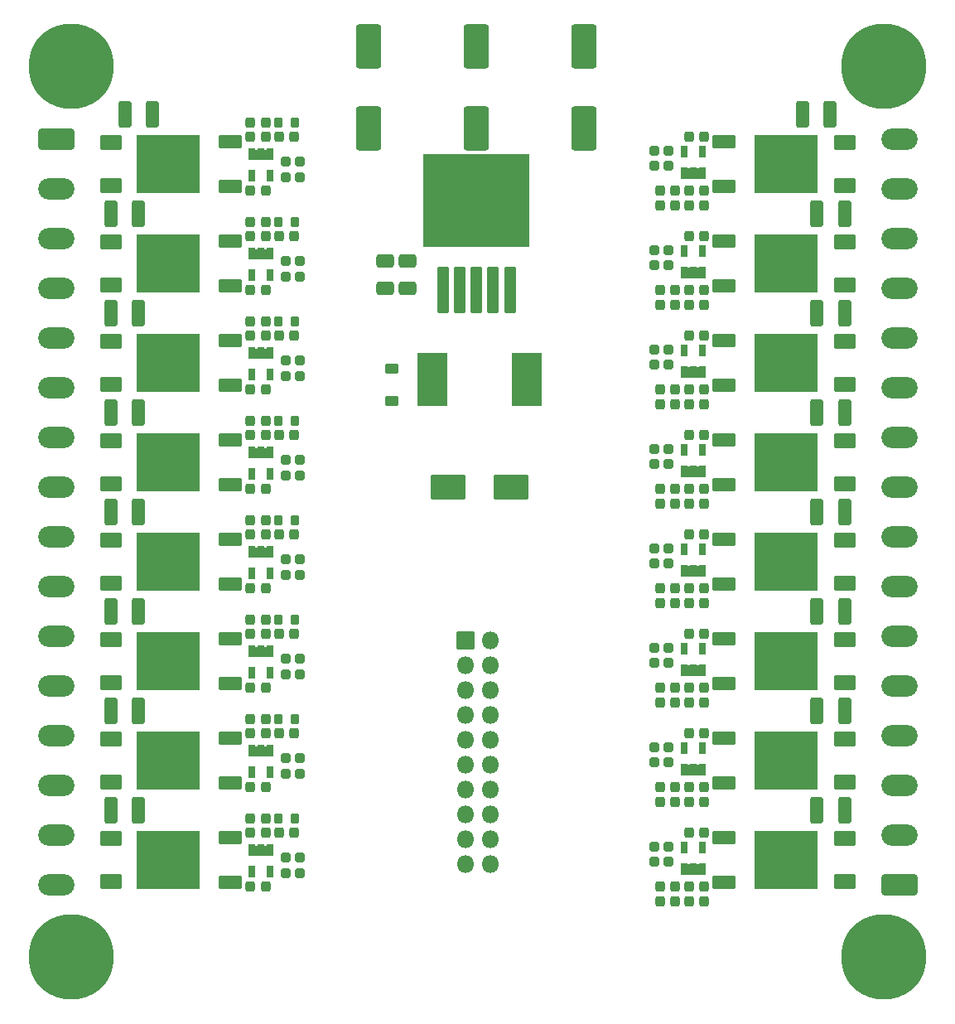
<source format=gbr>
G04 #@! TF.GenerationSoftware,KiCad,Pcbnew,7.0.1*
G04 #@! TF.CreationDate,2023-06-29T16:02:41+02:00*
G04 #@! TF.ProjectId,Magnetsteuerung_v2.1,4d61676e-6574-4737-9465-756572756e67,rev?*
G04 #@! TF.SameCoordinates,Original*
G04 #@! TF.FileFunction,Soldermask,Top*
G04 #@! TF.FilePolarity,Negative*
%FSLAX46Y46*%
G04 Gerber Fmt 4.6, Leading zero omitted, Abs format (unit mm)*
G04 Created by KiCad (PCBNEW 7.0.1) date 2023-06-29 16:02:41*
%MOMM*%
%LPD*%
G01*
G04 APERTURE LIST*
G04 Aperture macros list*
%AMRoundRect*
0 Rectangle with rounded corners*
0 $1 Rounding radius*
0 $2 $3 $4 $5 $6 $7 $8 $9 X,Y pos of 4 corners*
0 Add a 4 corners polygon primitive as box body*
4,1,4,$2,$3,$4,$5,$6,$7,$8,$9,$2,$3,0*
0 Add four circle primitives for the rounded corners*
1,1,$1+$1,$2,$3*
1,1,$1+$1,$4,$5*
1,1,$1+$1,$6,$7*
1,1,$1+$1,$8,$9*
0 Add four rect primitives between the rounded corners*
20,1,$1+$1,$2,$3,$4,$5,0*
20,1,$1+$1,$4,$5,$6,$7,0*
20,1,$1+$1,$6,$7,$8,$9,0*
20,1,$1+$1,$8,$9,$2,$3,0*%
G04 Aperture macros list end*
%ADD10RoundRect,0.301000X1.500000X1.000000X-1.500000X1.000000X-1.500000X-1.000000X1.500000X-1.000000X0*%
%ADD11RoundRect,0.269750X-0.218750X-0.256250X0.218750X-0.256250X0.218750X0.256250X-0.218750X0.256250X0*%
%ADD12RoundRect,0.051000X1.100000X0.600000X-1.100000X0.600000X-1.100000X-0.600000X1.100000X-0.600000X0*%
%ADD13RoundRect,0.051000X3.200000X2.900000X-3.200000X2.900000X-3.200000X-2.900000X3.200000X-2.900000X0*%
%ADD14RoundRect,0.269750X0.218750X0.256250X-0.218750X0.256250X-0.218750X-0.256250X0.218750X-0.256250X0*%
%ADD15RoundRect,0.051000X-1.050000X0.700000X-1.050000X-0.700000X1.050000X-0.700000X1.050000X0.700000X0*%
%ADD16RoundRect,0.301000X-1.000000X1.950000X-1.000000X-1.950000X1.000000X-1.950000X1.000000X1.950000X0*%
%ADD17RoundRect,0.051000X-0.600000X0.450000X-0.600000X-0.450000X0.600000X-0.450000X0.600000X0.450000X0*%
%ADD18RoundRect,0.301000X0.625000X-0.375000X0.625000X0.375000X-0.625000X0.375000X-0.625000X-0.375000X0*%
%ADD19RoundRect,0.051000X-1.450000X-2.700000X1.450000X-2.700000X1.450000X2.700000X-1.450000X2.700000X0*%
%ADD20RoundRect,0.051000X-1.100000X-0.600000X1.100000X-0.600000X1.100000X0.600000X-1.100000X0.600000X0*%
%ADD21RoundRect,0.051000X-3.200000X-2.900000X3.200000X-2.900000X3.200000X2.900000X-3.200000X2.900000X0*%
%ADD22C,1.002000*%
%ADD23C,8.702000*%
%ADD24RoundRect,0.051000X-0.850000X-0.850000X0.850000X-0.850000X0.850000X0.850000X-0.850000X0.850000X0*%
%ADD25O,1.802000X1.802000*%
%ADD26RoundRect,0.051000X0.550000X-2.300000X0.550000X2.300000X-0.550000X2.300000X-0.550000X-2.300000X0*%
%ADD27RoundRect,0.051000X5.400000X-4.700000X5.400000X4.700000X-5.400000X4.700000X-5.400000X-4.700000X0*%
%ADD28RoundRect,0.051000X-0.325000X0.530000X-0.325000X-0.530000X0.325000X-0.530000X0.325000X0.530000X0*%
%ADD29RoundRect,0.051000X0.325000X-0.530000X0.325000X0.530000X-0.325000X0.530000X-0.325000X-0.530000X0*%
%ADD30RoundRect,0.269750X0.256250X-0.218750X0.256250X0.218750X-0.256250X0.218750X-0.256250X-0.218750X0*%
%ADD31RoundRect,0.269750X-0.256250X0.218750X-0.256250X-0.218750X0.256250X-0.218750X0.256250X0.218750X0*%
%ADD32RoundRect,0.251000X-0.200000X-0.275000X0.200000X-0.275000X0.200000X0.275000X-0.200000X0.275000X0*%
%ADD33RoundRect,0.301000X-0.375000X-1.075000X0.375000X-1.075000X0.375000X1.075000X-0.375000X1.075000X0*%
%ADD34RoundRect,0.301000X0.375000X1.075000X-0.375000X1.075000X-0.375000X-1.075000X0.375000X-1.075000X0*%
%ADD35RoundRect,0.300999X1.550001X-0.790001X1.550001X0.790001X-1.550001X0.790001X-1.550001X-0.790001X0*%
%ADD36O,3.702000X2.182000*%
%ADD37RoundRect,0.300999X-1.550001X0.790001X-1.550001X-0.790001X1.550001X-0.790001X1.550001X0.790001X0*%
G04 APERTURE END LIST*
D10*
X138450000Y-78500000D03*
X131950000Y-78500000D03*
D11*
X111742500Y-81850000D03*
X113317500Y-81850000D03*
X111742500Y-51370000D03*
X113317500Y-51370000D03*
X111742500Y-71690000D03*
X113317500Y-71690000D03*
X111742500Y-41210000D03*
X113317500Y-41210000D03*
X111742500Y-92010000D03*
X113317500Y-92010000D03*
X111742500Y-61530000D03*
X113317500Y-61530000D03*
D12*
X109700000Y-88360000D03*
D13*
X103400000Y-86080000D03*
D12*
X109700000Y-83800000D03*
X109700000Y-57880000D03*
D13*
X103400000Y-55600000D03*
D12*
X109700000Y-53320000D03*
X109700000Y-108680000D03*
D13*
X103400000Y-106400000D03*
D12*
X109700000Y-104120000D03*
X109700000Y-78200000D03*
D13*
X103400000Y-75920000D03*
D12*
X109700000Y-73640000D03*
X109700000Y-47720000D03*
D13*
X103400000Y-45440000D03*
D12*
X109700000Y-43160000D03*
X109700000Y-98520000D03*
D13*
X103400000Y-96240000D03*
D12*
X109700000Y-93960000D03*
X109700000Y-68040000D03*
D13*
X103400000Y-65760000D03*
D12*
X109700000Y-63480000D03*
D11*
X114702500Y-83310000D03*
X116277500Y-83310000D03*
X111742500Y-83310000D03*
X113317500Y-83310000D03*
X114702500Y-52830000D03*
X116277500Y-52830000D03*
X111742500Y-52830000D03*
X113317500Y-52830000D03*
D14*
X113317500Y-88850000D03*
X111742500Y-88850000D03*
X113317500Y-58370000D03*
X111742500Y-58370000D03*
D11*
X114702500Y-103630000D03*
X116277500Y-103630000D03*
X111742500Y-103630000D03*
X113317500Y-103630000D03*
X114702500Y-73150000D03*
X116277500Y-73150000D03*
X111742500Y-73150000D03*
X113317500Y-73150000D03*
X114702500Y-42670000D03*
X116277500Y-42670000D03*
X111742500Y-42670000D03*
X113317500Y-42670000D03*
D14*
X113317500Y-109170000D03*
X111742500Y-109170000D03*
X113317500Y-78690000D03*
X111742500Y-78690000D03*
D11*
X114702500Y-93470000D03*
X116277500Y-93470000D03*
X111742500Y-93470000D03*
X113317500Y-93470000D03*
X114702500Y-62990000D03*
X116277500Y-62990000D03*
X111742500Y-62990000D03*
X113317500Y-62990000D03*
D14*
X113317500Y-99010000D03*
X111742500Y-99010000D03*
X113317500Y-68530000D03*
X111742500Y-68530000D03*
D15*
X97500000Y-104200000D03*
X97500000Y-108600000D03*
D16*
X134900000Y-33400000D03*
X134900000Y-41800000D03*
D17*
X126200000Y-66350000D03*
X126200000Y-69650000D03*
D18*
X127830000Y-58160000D03*
X127830000Y-55360000D03*
D19*
X130350000Y-67500000D03*
X140050000Y-67500000D03*
D15*
X97500000Y-83880000D03*
X97500000Y-88280000D03*
X97500000Y-53400000D03*
X97500000Y-57800000D03*
X97500000Y-73720000D03*
X97500000Y-78120000D03*
X97500000Y-94040000D03*
X97500000Y-98440000D03*
X97500000Y-63560000D03*
X97500000Y-67960000D03*
X172500000Y-43240000D03*
X172500000Y-47640000D03*
D14*
X158157500Y-120790000D03*
X156582500Y-120790000D03*
D20*
X160200000Y-114280000D03*
D21*
X166500000Y-116560000D03*
D20*
X160200000Y-118840000D03*
D14*
X155197500Y-119330000D03*
X153622500Y-119330000D03*
X158157500Y-119330000D03*
X156582500Y-119330000D03*
D11*
X156582500Y-113790000D03*
X158157500Y-113790000D03*
D15*
X172500000Y-73720000D03*
X172500000Y-78120000D03*
X172500000Y-104200000D03*
X172500000Y-108600000D03*
X172500000Y-83880000D03*
X172500000Y-88280000D03*
X172500000Y-114360000D03*
X172500000Y-118760000D03*
X172500000Y-94040000D03*
X172500000Y-98440000D03*
X172500000Y-53400000D03*
X172500000Y-57800000D03*
X172500000Y-63560000D03*
X172500000Y-67960000D03*
D22*
X90275000Y-35500000D03*
X91219581Y-33219581D03*
X91219581Y-37780419D03*
X93500000Y-32275000D03*
D23*
X93500000Y-35500000D03*
D22*
X93500000Y-38725000D03*
X95780419Y-33219581D03*
X95780419Y-37780419D03*
X96725000Y-35500000D03*
X173275000Y-35500000D03*
X174219581Y-33219581D03*
X174219581Y-37780419D03*
X176500000Y-32275000D03*
D23*
X176500000Y-35500000D03*
D22*
X176500000Y-38725000D03*
X178780419Y-33219581D03*
X178780419Y-37780419D03*
X179725000Y-35500000D03*
X173275000Y-126500000D03*
X174219581Y-124219581D03*
X174219581Y-128780419D03*
X176500000Y-123275000D03*
D23*
X176500000Y-126500000D03*
D22*
X176500000Y-129725000D03*
X178780419Y-124219581D03*
X178780419Y-128780419D03*
X179725000Y-126500000D03*
D24*
X133725000Y-94145000D03*
D25*
X136265000Y-94145000D03*
X133725000Y-96685000D03*
X136265000Y-96685000D03*
X133725000Y-99225000D03*
X136265000Y-99225000D03*
X133725000Y-101765000D03*
X136265000Y-101765000D03*
X133725000Y-104305000D03*
X136265000Y-104305000D03*
X133725000Y-106845000D03*
X136265000Y-106845000D03*
X133725000Y-109385000D03*
X136265000Y-109385000D03*
X133725000Y-111925000D03*
X136265000Y-111925000D03*
X133725000Y-114465000D03*
X136265000Y-114465000D03*
X133725000Y-117005000D03*
X136265000Y-117005000D03*
D26*
X131500000Y-58318400D03*
X133200000Y-58318400D03*
X134900000Y-58318400D03*
D27*
X134900000Y-49168400D03*
D26*
X136600000Y-58318400D03*
X138300000Y-58318400D03*
D28*
X113800000Y-115600000D03*
X112850000Y-115600000D03*
X111900000Y-115600000D03*
X111900000Y-117800000D03*
X113800000Y-117800000D03*
X113800000Y-85120000D03*
X112850000Y-85120000D03*
X111900000Y-85120000D03*
X111900000Y-87320000D03*
X113800000Y-87320000D03*
X113800000Y-54640000D03*
X112850000Y-54640000D03*
X111900000Y-54640000D03*
X111900000Y-56840000D03*
X113800000Y-56840000D03*
X113800000Y-74960000D03*
X112850000Y-74960000D03*
X111900000Y-74960000D03*
X111900000Y-77160000D03*
X113800000Y-77160000D03*
X113800000Y-105440000D03*
X112850000Y-105440000D03*
X111900000Y-105440000D03*
X111900000Y-107640000D03*
X113800000Y-107640000D03*
X113800000Y-44480000D03*
X112850000Y-44480000D03*
X111900000Y-44480000D03*
X111900000Y-46680000D03*
X113800000Y-46680000D03*
X113800000Y-95280000D03*
X112850000Y-95280000D03*
X111900000Y-95280000D03*
X111900000Y-97480000D03*
X113800000Y-97480000D03*
D29*
X156100000Y-117520000D03*
X157050000Y-117520000D03*
X158000000Y-117520000D03*
X158000000Y-115320000D03*
X156100000Y-115320000D03*
D28*
X113800000Y-64800000D03*
X112850000Y-64800000D03*
X111900000Y-64800000D03*
X111900000Y-67000000D03*
X113800000Y-67000000D03*
D30*
X116840000Y-117907500D03*
X116840000Y-116332500D03*
X115380000Y-117907500D03*
X115380000Y-116332500D03*
X116840000Y-87427500D03*
X116840000Y-85852500D03*
X115380000Y-87427500D03*
X115380000Y-85852500D03*
X116840000Y-56947500D03*
X116840000Y-55372500D03*
X115380000Y-56947500D03*
X115380000Y-55372500D03*
X116840000Y-107747500D03*
X116840000Y-106172500D03*
X115380000Y-107747500D03*
X115380000Y-106172500D03*
X116840000Y-77267500D03*
X116840000Y-75692500D03*
X115380000Y-77267500D03*
X115380000Y-75692500D03*
X116840000Y-46787500D03*
X116840000Y-45212500D03*
X115380000Y-46787500D03*
X115380000Y-45212500D03*
X116840000Y-97587500D03*
X116840000Y-96012500D03*
X115380000Y-97587500D03*
X115380000Y-96012500D03*
X116840000Y-67107500D03*
X116840000Y-65532500D03*
X115380000Y-67107500D03*
X115380000Y-65532500D03*
D31*
X153060000Y-115212500D03*
X153060000Y-116787500D03*
X154520000Y-115212500D03*
X154520000Y-116787500D03*
D32*
X114665000Y-81850000D03*
X116315000Y-81850000D03*
X114665000Y-51370000D03*
X116315000Y-51370000D03*
X114665000Y-71690000D03*
X116315000Y-71690000D03*
X114665000Y-41210000D03*
X116315000Y-41210000D03*
X114665000Y-92010000D03*
X116315000Y-92010000D03*
X114665000Y-61530000D03*
X116315000Y-61530000D03*
D14*
X155197500Y-120790000D03*
X153622500Y-120790000D03*
D15*
X97500000Y-43240000D03*
X97500000Y-47640000D03*
D12*
X109700000Y-118840000D03*
D13*
X103400000Y-116560000D03*
D12*
X109700000Y-114280000D03*
D11*
X114702500Y-113790000D03*
X116277500Y-113790000D03*
X111742500Y-113790000D03*
X113317500Y-113790000D03*
D15*
X97500000Y-114360000D03*
X97500000Y-118760000D03*
D14*
X113317500Y-119330000D03*
X111742500Y-119330000D03*
D11*
X111742500Y-102170000D03*
X113317500Y-102170000D03*
D22*
X90275000Y-126500000D03*
X91219581Y-124219581D03*
X91219581Y-128780419D03*
X93500000Y-123275000D03*
D23*
X93500000Y-126500000D03*
D22*
X93500000Y-129725000D03*
X95780419Y-124219581D03*
X95780419Y-128780419D03*
X96725000Y-126500000D03*
D32*
X114665000Y-102170000D03*
X116315000Y-102170000D03*
D14*
X113317500Y-48210000D03*
X111742500Y-48210000D03*
D33*
X168200000Y-40360000D03*
X171000000Y-40360000D03*
X169700000Y-70840000D03*
X172500000Y-70840000D03*
X169700000Y-101320000D03*
X172500000Y-101320000D03*
X169700000Y-50520000D03*
X172500000Y-50520000D03*
X169700000Y-81000000D03*
X172500000Y-81000000D03*
X169700000Y-111480000D03*
X172500000Y-111480000D03*
X169700000Y-60680000D03*
X172500000Y-60680000D03*
X169700000Y-91160000D03*
X172500000Y-91160000D03*
D34*
X100300000Y-111480000D03*
X97500000Y-111480000D03*
X100300000Y-81000000D03*
X97500000Y-81000000D03*
X100300000Y-50520000D03*
X97500000Y-50520000D03*
X100300000Y-101320000D03*
X97500000Y-101320000D03*
X100300000Y-70840000D03*
X97500000Y-70840000D03*
X101800000Y-40360000D03*
X99000000Y-40360000D03*
X100300000Y-91160000D03*
X97500000Y-91160000D03*
X100300000Y-60680000D03*
X97500000Y-60680000D03*
D11*
X111742500Y-112330000D03*
X113317500Y-112330000D03*
D20*
X160200000Y-73640000D03*
D21*
X166500000Y-75920000D03*
D20*
X160200000Y-78200000D03*
X160200000Y-53320000D03*
D21*
X166500000Y-55600000D03*
D20*
X160200000Y-57880000D03*
D14*
X155197500Y-48210000D03*
X153622500Y-48210000D03*
D20*
X160200000Y-104120000D03*
D21*
X166500000Y-106400000D03*
D20*
X160200000Y-108680000D03*
D14*
X158157500Y-48210000D03*
X156582500Y-48210000D03*
X158157500Y-78690000D03*
X156582500Y-78690000D03*
X158157500Y-100470000D03*
X156582500Y-100470000D03*
D20*
X160200000Y-93960000D03*
D21*
X166500000Y-96240000D03*
D20*
X160200000Y-98520000D03*
D14*
X155197500Y-78690000D03*
X153622500Y-78690000D03*
D20*
X160200000Y-83800000D03*
D21*
X166500000Y-86080000D03*
D20*
X160200000Y-88360000D03*
D14*
X158157500Y-90310000D03*
X156582500Y-90310000D03*
X158157500Y-69990000D03*
X156582500Y-69990000D03*
D20*
X160200000Y-63480000D03*
D21*
X166500000Y-65760000D03*
D20*
X160200000Y-68040000D03*
D11*
X156582500Y-42670000D03*
X158157500Y-42670000D03*
D14*
X158157500Y-109170000D03*
X156582500Y-109170000D03*
X155197500Y-109170000D03*
X153622500Y-109170000D03*
D11*
X156582500Y-73150000D03*
X158157500Y-73150000D03*
X156582500Y-103630000D03*
X158157500Y-103630000D03*
D14*
X158157500Y-88850000D03*
X156582500Y-88850000D03*
X155197500Y-58370000D03*
X153622500Y-58370000D03*
X158157500Y-58370000D03*
X156582500Y-58370000D03*
X155197500Y-99010000D03*
X153622500Y-99010000D03*
X155197500Y-88850000D03*
X153622500Y-88850000D03*
D11*
X156582500Y-83310000D03*
X158157500Y-83310000D03*
X156582500Y-62990000D03*
X158157500Y-62990000D03*
X156582500Y-52830000D03*
X158157500Y-52830000D03*
X156582500Y-93470000D03*
X158157500Y-93470000D03*
D14*
X155197500Y-68530000D03*
X153622500Y-68530000D03*
X158157500Y-68530000D03*
X156582500Y-68530000D03*
X158157500Y-99010000D03*
X156582500Y-99010000D03*
D29*
X156100000Y-46400000D03*
X157050000Y-46400000D03*
X158000000Y-46400000D03*
X158000000Y-44200000D03*
X156100000Y-44200000D03*
X156100000Y-56560000D03*
X157050000Y-56560000D03*
X158000000Y-56560000D03*
X158000000Y-54360000D03*
X156100000Y-54360000D03*
X156100000Y-87040000D03*
X157050000Y-87040000D03*
X158000000Y-87040000D03*
X158000000Y-84840000D03*
X156100000Y-84840000D03*
X156100000Y-66720000D03*
X157050000Y-66720000D03*
X158000000Y-66720000D03*
X158000000Y-64520000D03*
X156100000Y-64520000D03*
X156100000Y-97200000D03*
X157050000Y-97200000D03*
X158000000Y-97200000D03*
X158000000Y-95000000D03*
X156100000Y-95000000D03*
X156100000Y-76880000D03*
X157050000Y-76880000D03*
X158000000Y-76880000D03*
X158000000Y-74680000D03*
X156100000Y-74680000D03*
D20*
X160200000Y-43160000D03*
D21*
X166500000Y-45440000D03*
D20*
X160200000Y-47720000D03*
D29*
X156100000Y-107360000D03*
X157050000Y-107360000D03*
X158000000Y-107360000D03*
X158000000Y-105160000D03*
X156100000Y-105160000D03*
D31*
X154520000Y-74572500D03*
X154520000Y-76147500D03*
X154520000Y-44092500D03*
X154520000Y-45667500D03*
X153060000Y-44092500D03*
X153060000Y-45667500D03*
X153060000Y-74572500D03*
X153060000Y-76147500D03*
X153060000Y-94892500D03*
X153060000Y-96467500D03*
X153060000Y-105052500D03*
X153060000Y-106627500D03*
X154520000Y-105052500D03*
X154520000Y-106627500D03*
X154520000Y-54252500D03*
X154520000Y-55827500D03*
X153060000Y-54252500D03*
X153060000Y-55827500D03*
X154520000Y-94892500D03*
X154520000Y-96467500D03*
X153060000Y-84732500D03*
X153060000Y-86307500D03*
X154520000Y-64412500D03*
X154520000Y-65987500D03*
X154520000Y-84732500D03*
X154520000Y-86307500D03*
X153060000Y-64412500D03*
X153060000Y-65987500D03*
D14*
X155197500Y-49670000D03*
X153622500Y-49670000D03*
X155197500Y-80150000D03*
X153622500Y-80150000D03*
X155197500Y-110630000D03*
X153622500Y-110630000D03*
X155197500Y-59830000D03*
X153622500Y-59830000D03*
X155197500Y-90310000D03*
X153622500Y-90310000D03*
X155197500Y-100470000D03*
X153622500Y-100470000D03*
X155197500Y-69990000D03*
X153622500Y-69990000D03*
X158157500Y-80150000D03*
X156582500Y-80150000D03*
X158157500Y-59830000D03*
X156582500Y-59830000D03*
X158157500Y-110630000D03*
X156582500Y-110630000D03*
X158157500Y-49670000D03*
X156582500Y-49670000D03*
D32*
X114665000Y-112330000D03*
X116315000Y-112330000D03*
D16*
X145900000Y-33400000D03*
X145900000Y-41800000D03*
X123900000Y-33400000D03*
X123900000Y-41800000D03*
D18*
X125510000Y-58160000D03*
X125510000Y-55360000D03*
D35*
X178100000Y-119100000D03*
D36*
X178100000Y-114020000D03*
X178100000Y-108940000D03*
X178100000Y-103860000D03*
X178100000Y-98780000D03*
X178100000Y-93700000D03*
X178100000Y-88620000D03*
X178100000Y-83540000D03*
X178100000Y-78460000D03*
X178100000Y-73380000D03*
X178100000Y-68300000D03*
X178100000Y-63220000D03*
X178100000Y-58140000D03*
X178100000Y-53060000D03*
X178100000Y-47980000D03*
X178100000Y-42900000D03*
D37*
X91900000Y-42900000D03*
D36*
X91900000Y-47980000D03*
X91900000Y-53060000D03*
X91900000Y-58140000D03*
X91900000Y-63220000D03*
X91900000Y-68300000D03*
X91900000Y-73380000D03*
X91900000Y-78460000D03*
X91900000Y-83540000D03*
X91900000Y-88620000D03*
X91900000Y-93700000D03*
X91900000Y-98780000D03*
X91900000Y-103860000D03*
X91900000Y-108940000D03*
X91900000Y-114020000D03*
X91900000Y-119100000D03*
G36*
X179641844Y-120189905D02*
G01*
X179642001Y-120191803D01*
X179640499Y-120192972D01*
X179640493Y-120192973D01*
X179640164Y-120193000D01*
X176559836Y-120193000D01*
X176558422Y-120192414D01*
X176558421Y-120192413D01*
X176557835Y-120190999D01*
X176558421Y-120189585D01*
X176559835Y-120188999D01*
X179640170Y-120188999D01*
X179641844Y-120189905D01*
G37*
G36*
X157628161Y-116975317D02*
G01*
X157628619Y-116977026D01*
X157626000Y-116990199D01*
X157626000Y-118049801D01*
X157628619Y-118062970D01*
X157628161Y-118064679D01*
X157626526Y-118065356D01*
X157624994Y-118064471D01*
X157590744Y-118013213D01*
X157459256Y-118013213D01*
X157425005Y-118064470D01*
X157423473Y-118065355D01*
X157421838Y-118064678D01*
X157421380Y-118062969D01*
X157424000Y-118049801D01*
X157424000Y-116990199D01*
X157421380Y-116977028D01*
X157421838Y-116975319D01*
X157423473Y-116974642D01*
X157425005Y-116975527D01*
X157459257Y-117026786D01*
X157590743Y-117026786D01*
X157624994Y-116975525D01*
X157626526Y-116974640D01*
X157628161Y-116975317D01*
G37*
G36*
X156678161Y-116975317D02*
G01*
X156678619Y-116977026D01*
X156676000Y-116990199D01*
X156676000Y-118049801D01*
X156678619Y-118062970D01*
X156678161Y-118064679D01*
X156676526Y-118065356D01*
X156674994Y-118064471D01*
X156640744Y-118013213D01*
X156509256Y-118013213D01*
X156475005Y-118064470D01*
X156473473Y-118065355D01*
X156471838Y-118064678D01*
X156471380Y-118062969D01*
X156474000Y-118049801D01*
X156474000Y-116990199D01*
X156471380Y-116977028D01*
X156471838Y-116975319D01*
X156473473Y-116974642D01*
X156475005Y-116975527D01*
X156509257Y-117026786D01*
X156640743Y-117026786D01*
X156674994Y-116975525D01*
X156676526Y-116974640D01*
X156678161Y-116975317D01*
G37*
G36*
X113428161Y-115055317D02*
G01*
X113428619Y-115057026D01*
X113426000Y-115070199D01*
X113426000Y-116129801D01*
X113428619Y-116142970D01*
X113428161Y-116144679D01*
X113426526Y-116145356D01*
X113424994Y-116144471D01*
X113390744Y-116093213D01*
X113259256Y-116093213D01*
X113225005Y-116144470D01*
X113223473Y-116145355D01*
X113221838Y-116144678D01*
X113221380Y-116142969D01*
X113224000Y-116129801D01*
X113224000Y-115070199D01*
X113221380Y-115057028D01*
X113221838Y-115055319D01*
X113223473Y-115054642D01*
X113225005Y-115055527D01*
X113259257Y-115106786D01*
X113390743Y-115106786D01*
X113424994Y-115055525D01*
X113426526Y-115054640D01*
X113428161Y-115055317D01*
G37*
G36*
X112478161Y-115055317D02*
G01*
X112478619Y-115057026D01*
X112476000Y-115070199D01*
X112476000Y-116129801D01*
X112478619Y-116142970D01*
X112478161Y-116144679D01*
X112476526Y-116145356D01*
X112474994Y-116144471D01*
X112440744Y-116093213D01*
X112309256Y-116093213D01*
X112275005Y-116144470D01*
X112273473Y-116145355D01*
X112271838Y-116144678D01*
X112271380Y-116142969D01*
X112274000Y-116129801D01*
X112274000Y-115070199D01*
X112271380Y-115057028D01*
X112271838Y-115055319D01*
X112273473Y-115054642D01*
X112275005Y-115055527D01*
X112309257Y-115106786D01*
X112440743Y-115106786D01*
X112474994Y-115055525D01*
X112476526Y-115054640D01*
X112478161Y-115055317D01*
G37*
G36*
X157628161Y-106815317D02*
G01*
X157628619Y-106817026D01*
X157626000Y-106830199D01*
X157626000Y-107889801D01*
X157628619Y-107902970D01*
X157628161Y-107904679D01*
X157626526Y-107905356D01*
X157624994Y-107904471D01*
X157590744Y-107853213D01*
X157459256Y-107853213D01*
X157425005Y-107904470D01*
X157423473Y-107905355D01*
X157421838Y-107904678D01*
X157421380Y-107902969D01*
X157424000Y-107889801D01*
X157424000Y-106830199D01*
X157421380Y-106817028D01*
X157421838Y-106815319D01*
X157423473Y-106814642D01*
X157425005Y-106815527D01*
X157459257Y-106866786D01*
X157590743Y-106866786D01*
X157624994Y-106815525D01*
X157626526Y-106814640D01*
X157628161Y-106815317D01*
G37*
G36*
X156678161Y-106815317D02*
G01*
X156678619Y-106817026D01*
X156676000Y-106830199D01*
X156676000Y-107889801D01*
X156678619Y-107902970D01*
X156678161Y-107904679D01*
X156676526Y-107905356D01*
X156674994Y-107904471D01*
X156640744Y-107853213D01*
X156509256Y-107853213D01*
X156475005Y-107904470D01*
X156473473Y-107905355D01*
X156471838Y-107904678D01*
X156471380Y-107902969D01*
X156474000Y-107889801D01*
X156474000Y-106830199D01*
X156471380Y-106817028D01*
X156471838Y-106815319D01*
X156473473Y-106814642D01*
X156475005Y-106815527D01*
X156509257Y-106866786D01*
X156640743Y-106866786D01*
X156674994Y-106815525D01*
X156676526Y-106814640D01*
X156678161Y-106815317D01*
G37*
G36*
X113428161Y-104895317D02*
G01*
X113428619Y-104897026D01*
X113426000Y-104910199D01*
X113426000Y-105969801D01*
X113428619Y-105982970D01*
X113428161Y-105984679D01*
X113426526Y-105985356D01*
X113424994Y-105984471D01*
X113390744Y-105933213D01*
X113259256Y-105933213D01*
X113225005Y-105984470D01*
X113223473Y-105985355D01*
X113221838Y-105984678D01*
X113221380Y-105982969D01*
X113224000Y-105969801D01*
X113224000Y-104910199D01*
X113221380Y-104897028D01*
X113221838Y-104895319D01*
X113223473Y-104894642D01*
X113225005Y-104895527D01*
X113259257Y-104946786D01*
X113390743Y-104946786D01*
X113424994Y-104895525D01*
X113426526Y-104894640D01*
X113428161Y-104895317D01*
G37*
G36*
X112478161Y-104895317D02*
G01*
X112478619Y-104897026D01*
X112476000Y-104910199D01*
X112476000Y-105969801D01*
X112478619Y-105982970D01*
X112478161Y-105984679D01*
X112476526Y-105985356D01*
X112474994Y-105984471D01*
X112440744Y-105933213D01*
X112309256Y-105933213D01*
X112275005Y-105984470D01*
X112273473Y-105985355D01*
X112271838Y-105984678D01*
X112271380Y-105982969D01*
X112274000Y-105969801D01*
X112274000Y-104910199D01*
X112271380Y-104897028D01*
X112271838Y-104895319D01*
X112273473Y-104894642D01*
X112275005Y-104895527D01*
X112309257Y-104946786D01*
X112440743Y-104946786D01*
X112474994Y-104895525D01*
X112476526Y-104894640D01*
X112478161Y-104895317D01*
G37*
G36*
X157628161Y-96655317D02*
G01*
X157628619Y-96657026D01*
X157626000Y-96670199D01*
X157626000Y-97729801D01*
X157628619Y-97742970D01*
X157628161Y-97744679D01*
X157626526Y-97745356D01*
X157624994Y-97744471D01*
X157590744Y-97693213D01*
X157459256Y-97693213D01*
X157425005Y-97744470D01*
X157423473Y-97745355D01*
X157421838Y-97744678D01*
X157421380Y-97742969D01*
X157424000Y-97729801D01*
X157424000Y-96670199D01*
X157421380Y-96657028D01*
X157421838Y-96655319D01*
X157423473Y-96654642D01*
X157425005Y-96655527D01*
X157459257Y-96706786D01*
X157590743Y-96706786D01*
X157624994Y-96655525D01*
X157626526Y-96654640D01*
X157628161Y-96655317D01*
G37*
G36*
X156678161Y-96655317D02*
G01*
X156678619Y-96657026D01*
X156676000Y-96670199D01*
X156676000Y-97729801D01*
X156678619Y-97742970D01*
X156678161Y-97744679D01*
X156676526Y-97745356D01*
X156674994Y-97744471D01*
X156640744Y-97693213D01*
X156509256Y-97693213D01*
X156475005Y-97744470D01*
X156473473Y-97745355D01*
X156471838Y-97744678D01*
X156471380Y-97742969D01*
X156474000Y-97729801D01*
X156474000Y-96670199D01*
X156471380Y-96657028D01*
X156471838Y-96655319D01*
X156473473Y-96654642D01*
X156475005Y-96655527D01*
X156509257Y-96706786D01*
X156640743Y-96706786D01*
X156674994Y-96655525D01*
X156676526Y-96654640D01*
X156678161Y-96655317D01*
G37*
G36*
X113428161Y-94735317D02*
G01*
X113428619Y-94737026D01*
X113426000Y-94750199D01*
X113426000Y-95809801D01*
X113428619Y-95822970D01*
X113428161Y-95824679D01*
X113426526Y-95825356D01*
X113424994Y-95824471D01*
X113390744Y-95773213D01*
X113259256Y-95773213D01*
X113225005Y-95824470D01*
X113223473Y-95825355D01*
X113221838Y-95824678D01*
X113221380Y-95822969D01*
X113224000Y-95809801D01*
X113224000Y-94750199D01*
X113221380Y-94737028D01*
X113221838Y-94735319D01*
X113223473Y-94734642D01*
X113225005Y-94735527D01*
X113259257Y-94786786D01*
X113390743Y-94786786D01*
X113424994Y-94735525D01*
X113426526Y-94734640D01*
X113428161Y-94735317D01*
G37*
G36*
X112478161Y-94735317D02*
G01*
X112478619Y-94737026D01*
X112476000Y-94750199D01*
X112476000Y-95809801D01*
X112478619Y-95822970D01*
X112478161Y-95824679D01*
X112476526Y-95825356D01*
X112474994Y-95824471D01*
X112440744Y-95773213D01*
X112309256Y-95773213D01*
X112275005Y-95824470D01*
X112273473Y-95825355D01*
X112271838Y-95824678D01*
X112271380Y-95822969D01*
X112274000Y-95809801D01*
X112274000Y-94750199D01*
X112271380Y-94737028D01*
X112271838Y-94735319D01*
X112273473Y-94734642D01*
X112275005Y-94735527D01*
X112309257Y-94786786D01*
X112440743Y-94786786D01*
X112474994Y-94735525D01*
X112476526Y-94734640D01*
X112478161Y-94735317D01*
G37*
G36*
X157628161Y-86495317D02*
G01*
X157628619Y-86497026D01*
X157626000Y-86510199D01*
X157626000Y-87569801D01*
X157628619Y-87582970D01*
X157628161Y-87584679D01*
X157626526Y-87585356D01*
X157624994Y-87584471D01*
X157590744Y-87533213D01*
X157459256Y-87533213D01*
X157425005Y-87584470D01*
X157423473Y-87585355D01*
X157421838Y-87584678D01*
X157421380Y-87582969D01*
X157424000Y-87569801D01*
X157424000Y-86510199D01*
X157421380Y-86497028D01*
X157421838Y-86495319D01*
X157423473Y-86494642D01*
X157425005Y-86495527D01*
X157459257Y-86546786D01*
X157590743Y-86546786D01*
X157624994Y-86495525D01*
X157626526Y-86494640D01*
X157628161Y-86495317D01*
G37*
G36*
X156678161Y-86495317D02*
G01*
X156678619Y-86497026D01*
X156676000Y-86510199D01*
X156676000Y-87569801D01*
X156678619Y-87582970D01*
X156678161Y-87584679D01*
X156676526Y-87585356D01*
X156674994Y-87584471D01*
X156640744Y-87533213D01*
X156509256Y-87533213D01*
X156475005Y-87584470D01*
X156473473Y-87585355D01*
X156471838Y-87584678D01*
X156471380Y-87582969D01*
X156474000Y-87569801D01*
X156474000Y-86510199D01*
X156471380Y-86497028D01*
X156471838Y-86495319D01*
X156473473Y-86494642D01*
X156475005Y-86495527D01*
X156509257Y-86546786D01*
X156640743Y-86546786D01*
X156674994Y-86495525D01*
X156676526Y-86494640D01*
X156678161Y-86495317D01*
G37*
G36*
X113428161Y-84575317D02*
G01*
X113428619Y-84577026D01*
X113426000Y-84590199D01*
X113426000Y-85649801D01*
X113428619Y-85662970D01*
X113428161Y-85664679D01*
X113426526Y-85665356D01*
X113424994Y-85664471D01*
X113390744Y-85613213D01*
X113259256Y-85613213D01*
X113225005Y-85664470D01*
X113223473Y-85665355D01*
X113221838Y-85664678D01*
X113221380Y-85662969D01*
X113224000Y-85649801D01*
X113224000Y-84590199D01*
X113221380Y-84577028D01*
X113221838Y-84575319D01*
X113223473Y-84574642D01*
X113225005Y-84575527D01*
X113259257Y-84626786D01*
X113390743Y-84626786D01*
X113424994Y-84575525D01*
X113426526Y-84574640D01*
X113428161Y-84575317D01*
G37*
G36*
X112478161Y-84575317D02*
G01*
X112478619Y-84577026D01*
X112476000Y-84590199D01*
X112476000Y-85649801D01*
X112478619Y-85662970D01*
X112478161Y-85664679D01*
X112476526Y-85665356D01*
X112474994Y-85664471D01*
X112440744Y-85613213D01*
X112309256Y-85613213D01*
X112275005Y-85664470D01*
X112273473Y-85665355D01*
X112271838Y-85664678D01*
X112271380Y-85662969D01*
X112274000Y-85649801D01*
X112274000Y-84590199D01*
X112271380Y-84577028D01*
X112271838Y-84575319D01*
X112273473Y-84574642D01*
X112275005Y-84575527D01*
X112309257Y-84626786D01*
X112440743Y-84626786D01*
X112474994Y-84575525D01*
X112476526Y-84574640D01*
X112478161Y-84575317D01*
G37*
G36*
X157628161Y-76335317D02*
G01*
X157628619Y-76337026D01*
X157626000Y-76350199D01*
X157626000Y-77409801D01*
X157628619Y-77422970D01*
X157628161Y-77424679D01*
X157626526Y-77425356D01*
X157624994Y-77424471D01*
X157590744Y-77373213D01*
X157459256Y-77373213D01*
X157425005Y-77424470D01*
X157423473Y-77425355D01*
X157421838Y-77424678D01*
X157421380Y-77422969D01*
X157424000Y-77409801D01*
X157424000Y-76350199D01*
X157421380Y-76337028D01*
X157421838Y-76335319D01*
X157423473Y-76334642D01*
X157425005Y-76335527D01*
X157459257Y-76386786D01*
X157590743Y-76386786D01*
X157624994Y-76335525D01*
X157626526Y-76334640D01*
X157628161Y-76335317D01*
G37*
G36*
X156678161Y-76335317D02*
G01*
X156678619Y-76337026D01*
X156676000Y-76350199D01*
X156676000Y-77409801D01*
X156678619Y-77422970D01*
X156678161Y-77424679D01*
X156676526Y-77425356D01*
X156674994Y-77424471D01*
X156640744Y-77373213D01*
X156509256Y-77373213D01*
X156475005Y-77424470D01*
X156473473Y-77425355D01*
X156471838Y-77424678D01*
X156471380Y-77422969D01*
X156474000Y-77409801D01*
X156474000Y-76350199D01*
X156471380Y-76337028D01*
X156471838Y-76335319D01*
X156473473Y-76334642D01*
X156475005Y-76335527D01*
X156509257Y-76386786D01*
X156640743Y-76386786D01*
X156674994Y-76335525D01*
X156676526Y-76334640D01*
X156678161Y-76335317D01*
G37*
G36*
X113428161Y-74415317D02*
G01*
X113428619Y-74417026D01*
X113426000Y-74430199D01*
X113426000Y-75489801D01*
X113428619Y-75502970D01*
X113428161Y-75504679D01*
X113426526Y-75505356D01*
X113424994Y-75504471D01*
X113390744Y-75453213D01*
X113259256Y-75453213D01*
X113225005Y-75504470D01*
X113223473Y-75505355D01*
X113221838Y-75504678D01*
X113221380Y-75502969D01*
X113224000Y-75489801D01*
X113224000Y-74430199D01*
X113221380Y-74417028D01*
X113221838Y-74415319D01*
X113223473Y-74414642D01*
X113225005Y-74415527D01*
X113259257Y-74466786D01*
X113390743Y-74466786D01*
X113424994Y-74415525D01*
X113426526Y-74414640D01*
X113428161Y-74415317D01*
G37*
G36*
X112478161Y-74415317D02*
G01*
X112478619Y-74417026D01*
X112476000Y-74430199D01*
X112476000Y-75489801D01*
X112478619Y-75502970D01*
X112478161Y-75504679D01*
X112476526Y-75505356D01*
X112474994Y-75504471D01*
X112440744Y-75453213D01*
X112309256Y-75453213D01*
X112275005Y-75504470D01*
X112273473Y-75505355D01*
X112271838Y-75504678D01*
X112271380Y-75502969D01*
X112274000Y-75489801D01*
X112274000Y-74430199D01*
X112271380Y-74417028D01*
X112271838Y-74415319D01*
X112273473Y-74414642D01*
X112275005Y-74415527D01*
X112309257Y-74466786D01*
X112440743Y-74466786D01*
X112474994Y-74415525D01*
X112476526Y-74414640D01*
X112478161Y-74415317D01*
G37*
G36*
X157628161Y-66175317D02*
G01*
X157628619Y-66177026D01*
X157626000Y-66190199D01*
X157626000Y-67249801D01*
X157628619Y-67262970D01*
X157628161Y-67264679D01*
X157626526Y-67265356D01*
X157624994Y-67264471D01*
X157590744Y-67213213D01*
X157459256Y-67213213D01*
X157425005Y-67264470D01*
X157423473Y-67265355D01*
X157421838Y-67264678D01*
X157421380Y-67262969D01*
X157424000Y-67249801D01*
X157424000Y-66190199D01*
X157421380Y-66177028D01*
X157421838Y-66175319D01*
X157423473Y-66174642D01*
X157425005Y-66175527D01*
X157459257Y-66226786D01*
X157590743Y-66226786D01*
X157624994Y-66175525D01*
X157626526Y-66174640D01*
X157628161Y-66175317D01*
G37*
G36*
X156678161Y-66175317D02*
G01*
X156678619Y-66177026D01*
X156676000Y-66190199D01*
X156676000Y-67249801D01*
X156678619Y-67262970D01*
X156678161Y-67264679D01*
X156676526Y-67265356D01*
X156674994Y-67264471D01*
X156640744Y-67213213D01*
X156509256Y-67213213D01*
X156475005Y-67264470D01*
X156473473Y-67265355D01*
X156471838Y-67264678D01*
X156471380Y-67262969D01*
X156474000Y-67249801D01*
X156474000Y-66190199D01*
X156471380Y-66177028D01*
X156471838Y-66175319D01*
X156473473Y-66174642D01*
X156475005Y-66175527D01*
X156509257Y-66226786D01*
X156640743Y-66226786D01*
X156674994Y-66175525D01*
X156676526Y-66174640D01*
X156678161Y-66175317D01*
G37*
G36*
X113428161Y-64255317D02*
G01*
X113428619Y-64257026D01*
X113426000Y-64270199D01*
X113426000Y-65329801D01*
X113428619Y-65342970D01*
X113428161Y-65344679D01*
X113426526Y-65345356D01*
X113424994Y-65344471D01*
X113390744Y-65293213D01*
X113259256Y-65293213D01*
X113225005Y-65344470D01*
X113223473Y-65345355D01*
X113221838Y-65344678D01*
X113221380Y-65342969D01*
X113224000Y-65329801D01*
X113224000Y-64270199D01*
X113221380Y-64257028D01*
X113221838Y-64255319D01*
X113223473Y-64254642D01*
X113225005Y-64255527D01*
X113259257Y-64306786D01*
X113390743Y-64306786D01*
X113424994Y-64255525D01*
X113426526Y-64254640D01*
X113428161Y-64255317D01*
G37*
G36*
X112478161Y-64255317D02*
G01*
X112478619Y-64257026D01*
X112476000Y-64270199D01*
X112476000Y-65329801D01*
X112478619Y-65342970D01*
X112478161Y-65344679D01*
X112476526Y-65345356D01*
X112474994Y-65344471D01*
X112440744Y-65293213D01*
X112309256Y-65293213D01*
X112275005Y-65344470D01*
X112273473Y-65345355D01*
X112271838Y-65344678D01*
X112271380Y-65342969D01*
X112274000Y-65329801D01*
X112274000Y-64270199D01*
X112271380Y-64257028D01*
X112271838Y-64255319D01*
X112273473Y-64254642D01*
X112275005Y-64255527D01*
X112309257Y-64306786D01*
X112440743Y-64306786D01*
X112474994Y-64255525D01*
X112476526Y-64254640D01*
X112478161Y-64255317D01*
G37*
G36*
X157628161Y-56015317D02*
G01*
X157628619Y-56017026D01*
X157626000Y-56030199D01*
X157626000Y-57089801D01*
X157628619Y-57102970D01*
X157628161Y-57104679D01*
X157626526Y-57105356D01*
X157624994Y-57104471D01*
X157590744Y-57053213D01*
X157459256Y-57053213D01*
X157425005Y-57104470D01*
X157423473Y-57105355D01*
X157421838Y-57104678D01*
X157421380Y-57102969D01*
X157424000Y-57089801D01*
X157424000Y-56030199D01*
X157421380Y-56017028D01*
X157421838Y-56015319D01*
X157423473Y-56014642D01*
X157425005Y-56015527D01*
X157459257Y-56066786D01*
X157590743Y-56066786D01*
X157624994Y-56015525D01*
X157626526Y-56014640D01*
X157628161Y-56015317D01*
G37*
G36*
X156678161Y-56015317D02*
G01*
X156678619Y-56017026D01*
X156676000Y-56030199D01*
X156676000Y-57089801D01*
X156678619Y-57102970D01*
X156678161Y-57104679D01*
X156676526Y-57105356D01*
X156674994Y-57104471D01*
X156640744Y-57053213D01*
X156509256Y-57053213D01*
X156475005Y-57104470D01*
X156473473Y-57105355D01*
X156471838Y-57104678D01*
X156471380Y-57102969D01*
X156474000Y-57089801D01*
X156474000Y-56030199D01*
X156471380Y-56017028D01*
X156471838Y-56015319D01*
X156473473Y-56014642D01*
X156475005Y-56015527D01*
X156509257Y-56066786D01*
X156640743Y-56066786D01*
X156674994Y-56015525D01*
X156676526Y-56014640D01*
X156678161Y-56015317D01*
G37*
G36*
X113428161Y-54095317D02*
G01*
X113428619Y-54097026D01*
X113426000Y-54110199D01*
X113426000Y-55169801D01*
X113428619Y-55182970D01*
X113428161Y-55184679D01*
X113426526Y-55185356D01*
X113424994Y-55184471D01*
X113390744Y-55133213D01*
X113259256Y-55133213D01*
X113225005Y-55184470D01*
X113223473Y-55185355D01*
X113221838Y-55184678D01*
X113221380Y-55182969D01*
X113224000Y-55169801D01*
X113224000Y-54110199D01*
X113221380Y-54097028D01*
X113221838Y-54095319D01*
X113223473Y-54094642D01*
X113225005Y-54095527D01*
X113259257Y-54146786D01*
X113390743Y-54146786D01*
X113424994Y-54095525D01*
X113426526Y-54094640D01*
X113428161Y-54095317D01*
G37*
G36*
X112478161Y-54095317D02*
G01*
X112478619Y-54097026D01*
X112476000Y-54110199D01*
X112476000Y-55169801D01*
X112478619Y-55182970D01*
X112478161Y-55184679D01*
X112476526Y-55185356D01*
X112474994Y-55184471D01*
X112440744Y-55133213D01*
X112309256Y-55133213D01*
X112275005Y-55184470D01*
X112273473Y-55185355D01*
X112271838Y-55184678D01*
X112271380Y-55182969D01*
X112274000Y-55169801D01*
X112274000Y-54110199D01*
X112271380Y-54097028D01*
X112271838Y-54095319D01*
X112273473Y-54094642D01*
X112275005Y-54095527D01*
X112309257Y-54146786D01*
X112440743Y-54146786D01*
X112474994Y-54095525D01*
X112476526Y-54094640D01*
X112478161Y-54095317D01*
G37*
G36*
X157628161Y-45855317D02*
G01*
X157628619Y-45857026D01*
X157626000Y-45870199D01*
X157626000Y-46929801D01*
X157628619Y-46942970D01*
X157628161Y-46944679D01*
X157626526Y-46945356D01*
X157624994Y-46944471D01*
X157590744Y-46893213D01*
X157459256Y-46893213D01*
X157425005Y-46944470D01*
X157423473Y-46945355D01*
X157421838Y-46944678D01*
X157421380Y-46942969D01*
X157424000Y-46929801D01*
X157424000Y-45870199D01*
X157421380Y-45857028D01*
X157421838Y-45855319D01*
X157423473Y-45854642D01*
X157425005Y-45855527D01*
X157459257Y-45906786D01*
X157590743Y-45906786D01*
X157624994Y-45855525D01*
X157626526Y-45854640D01*
X157628161Y-45855317D01*
G37*
G36*
X156678161Y-45855317D02*
G01*
X156678619Y-45857026D01*
X156676000Y-45870199D01*
X156676000Y-46929801D01*
X156678619Y-46942970D01*
X156678161Y-46944679D01*
X156676526Y-46945356D01*
X156674994Y-46944471D01*
X156640744Y-46893213D01*
X156509256Y-46893213D01*
X156475005Y-46944470D01*
X156473473Y-46945355D01*
X156471838Y-46944678D01*
X156471380Y-46942969D01*
X156474000Y-46929801D01*
X156474000Y-45870199D01*
X156471380Y-45857028D01*
X156471838Y-45855319D01*
X156473473Y-45854642D01*
X156475005Y-45855527D01*
X156509257Y-45906786D01*
X156640743Y-45906786D01*
X156674994Y-45855525D01*
X156676526Y-45854640D01*
X156678161Y-45855317D01*
G37*
G36*
X113428161Y-43935317D02*
G01*
X113428619Y-43937026D01*
X113426000Y-43950199D01*
X113426000Y-45009801D01*
X113428619Y-45022970D01*
X113428161Y-45024679D01*
X113426526Y-45025356D01*
X113424994Y-45024471D01*
X113390744Y-44973213D01*
X113259256Y-44973213D01*
X113225005Y-45024470D01*
X113223473Y-45025355D01*
X113221838Y-45024678D01*
X113221380Y-45022969D01*
X113224000Y-45009801D01*
X113224000Y-43950199D01*
X113221380Y-43937028D01*
X113221838Y-43935319D01*
X113223473Y-43934642D01*
X113225005Y-43935527D01*
X113259257Y-43986786D01*
X113390743Y-43986786D01*
X113424994Y-43935525D01*
X113426526Y-43934640D01*
X113428161Y-43935317D01*
G37*
G36*
X112478161Y-43935317D02*
G01*
X112478619Y-43937026D01*
X112476000Y-43950199D01*
X112476000Y-45009801D01*
X112478619Y-45022970D01*
X112478161Y-45024679D01*
X112476526Y-45025356D01*
X112474994Y-45024471D01*
X112440744Y-44973213D01*
X112309256Y-44973213D01*
X112275005Y-45024470D01*
X112273473Y-45025355D01*
X112271838Y-45024678D01*
X112271380Y-45022969D01*
X112274000Y-45009801D01*
X112274000Y-43950199D01*
X112271380Y-43937028D01*
X112271838Y-43935319D01*
X112273473Y-43934642D01*
X112275005Y-43935527D01*
X112309257Y-43986786D01*
X112440743Y-43986786D01*
X112474994Y-43935525D01*
X112476526Y-43934640D01*
X112478161Y-43935317D01*
G37*
G36*
X93441844Y-43989905D02*
G01*
X93442001Y-43991803D01*
X93440499Y-43992972D01*
X93440493Y-43992973D01*
X93440164Y-43993000D01*
X90359836Y-43993000D01*
X90358422Y-43992414D01*
X90358421Y-43992413D01*
X90357835Y-43990999D01*
X90358421Y-43989585D01*
X90359835Y-43988999D01*
X93440170Y-43988999D01*
X93441844Y-43989905D01*
G37*
M02*

</source>
